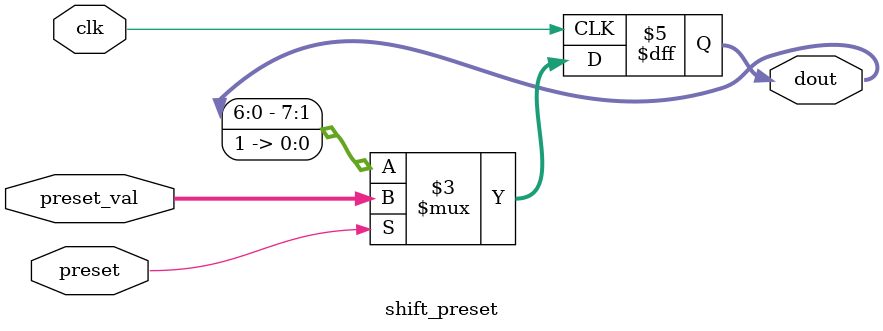
<source format=sv>
module shift_preset #(parameter W=8) (
    input clk, preset,
    input [W-1:0] preset_val,
    output reg [W-1:0] dout
);
always @(posedge clk) begin
    if(preset) dout <= preset_val;
    else dout <= {dout[W-2:0], 1'b1};
end
endmodule
</source>
